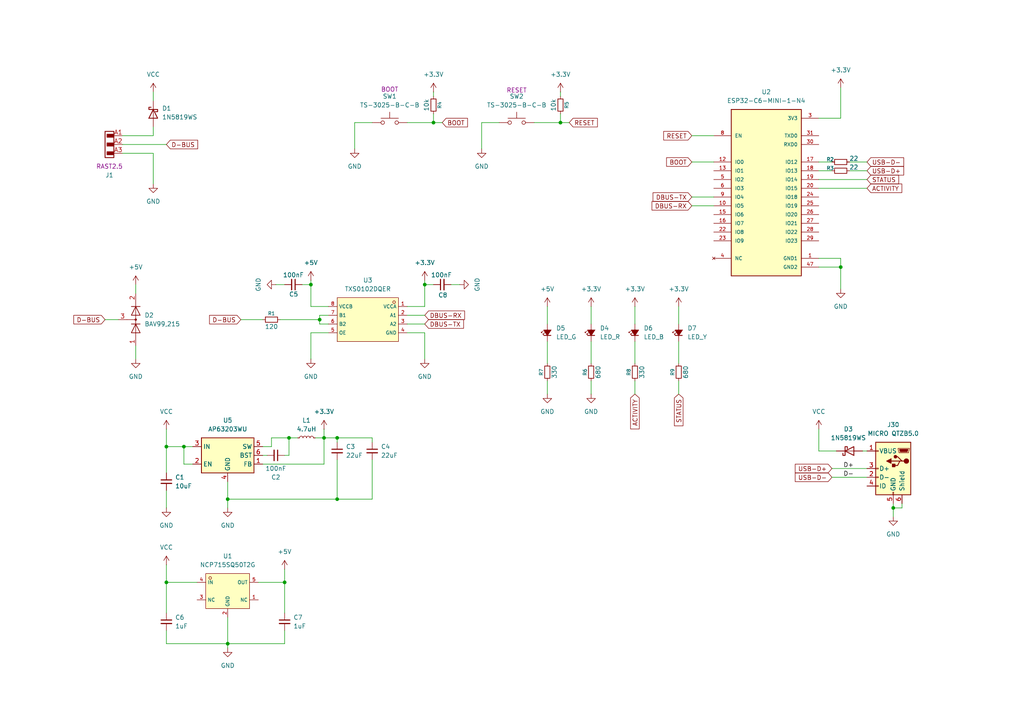
<source format=kicad_sch>
(kicad_sch (version 20250114) (generator "eeschema") (generator_version "9.0")
  (paper "A4")
  (lib_symbols
    (symbol "Connector:USB_B_Micro" (pin_names (offset 1.016))
      (property "Reference" "J" (at -5.08 11.43 0))
      (property "Value" "USB_B_Micro" (at -5.08 8.89 0))
      (symbol "USB_B_Micro_0_1"
        (rectangle (start -5.08 -7.62) (end 5.08 7.62) (stroke (width 0.254)) (fill (type background)))
        (polyline (pts (xy -4.699 5.842) (xy -4.699 5.588) (xy -4.445 4.826) (xy -4.445 4.572) (xy -1.651 4.572) (xy -1.651 4.826) (xy -1.397 5.588) (xy -1.397 5.842) (xy -4.699 5.842)))
        (polyline (pts (xy -4.318 5.588) (xy -1.778 5.588) (xy -2.032 4.826) (xy -4.064 4.826) (xy -4.318 5.588)) (fill (type outline)))
        (circle (center -3.81 2.159) (radius 0.635) (stroke (width 0.254)) (fill (type outline)))
        (polyline (pts (xy -3.175 2.159) (xy -2.54 2.159) (xy -1.27 3.429) (xy -0.635 3.429)) (stroke (width 0.254)))
        (polyline (pts (xy -2.54 2.159) (xy -1.905 2.159) (xy -1.27 0.889) (xy 0 0.889)) (stroke (width 0.254)))
        (polyline (pts (xy -1.905 2.159) (xy 0.635 2.159)) (stroke (width 0.254)))
        (circle (center -0.635 3.429) (radius 0.381) (stroke (width 0.254)) (fill (type outline)))
        (rectangle (start -0.127 -7.62) (end 0.127 -6.858))
        (rectangle (start 0.254 1.27) (end -0.508 0.508) (stroke (width 0.254)) (fill (type outline)))
        (polyline (pts (xy 0.635 2.794) (xy 0.635 1.524) (xy 1.905 2.159) (xy 0.635 2.794)) (stroke (width 0.254)) (fill (type outline)))
        (rectangle (start 5.08 4.953) (end 4.318 5.207))
        (rectangle (start 5.08 -0.127) (end 4.318 0.127))
        (rectangle (start 5.08 -2.667) (end 4.318 -2.413))
        (rectangle (start 5.08 -5.207) (end 4.318 -4.953))
      )
      (symbol "USB_B_Micro_1_1"
        (pin passive line (at -2.54 -10.16 90) (length 2.54) (name "Shield") (number "6"))
        (pin power_out line (at 0 -10.16 90) (length 2.54) (name "GND") (number "5"))
        (pin power_out line (at 7.62 5.08 180) (length 2.54) (name "VBUS") (number "1"))
        (pin bidirectional line (at 7.62 0 180) (length 2.54) (name "D+") (number "3"))
        (pin bidirectional line (at 7.62 -2.54 180) (length 2.54) (name "D-") (number "2"))
        (pin passive line (at 7.62 -5.08 180) (length 2.54) (name "ID") (number "4"))
      )
    )
    (symbol "Connector_Wurth_WR-RAST:667101210103" (pin_names (hide yes))
      (property "Reference" "J" (at 0 5.08 0))
      (property "Critical Parameter" "-A 2.5mm 3pins" (at 0 -5.08 0))
      (symbol "667101210103_0_1"
        (rectangle (start -3.81 1.27) (end 3.81 -1.27) (stroke (width 0.254)))
        (rectangle (start -3.04 0.762) (end -2.04 -1.27) (stroke (width 0.1)) (fill (type outline)))
        (rectangle (start -0.5 0.762) (end 0.5 -1.27) (stroke (width 0.1)) (fill (type outline)))
        (rectangle (start 2.04 0.762) (end 3.04 -1.27) (stroke (width 0.1)) (fill (type outline)))
      )
      (symbol "667101210103_1_1"
        (pin passive line (at -2.54 -3.81 90) (length 2.54) (name "A1") (number "A1"))
        (pin passive line (at -2.54 -3.81 90) (length 2.54) (hide yes) (name "B1") (number "B1"))
        (pin passive line (at 0 -3.81 90) (length 2.54) (name "A2") (number "A2"))
        (pin passive line (at 0 -3.81 90) (length 2.54) (hide yes) (name "B2") (number "B2"))
        (pin passive line (at 2.54 -3.81 90) (length 2.54) (name "A3") (number "A3"))
        (pin passive line (at 2.54 -3.81 90) (length 2.54) (hide yes) (name "B3") (number "B3"))
      )
    )
    (symbol "Device:C_Small" (pin_numbers (hide yes)) (pin_names (offset 0.254) (hide yes))
      (property "Reference" "C" (at 0.254 1.778 0))
      (property "Value" "C_Small" (at 0.254 -2.032 0))
      (symbol "C_Small_0_1"
        (polyline (pts (xy -1.524 0.508) (xy 1.524 0.508)) (stroke (width 0.3048)))
        (polyline (pts (xy -1.524 -0.508) (xy 1.524 -0.508)) (stroke (width 0.3302)))
      )
      (symbol "C_Small_1_1"
        (pin passive line (at 0 2.54 270) (length 2.032) (name "~") (number "1"))
        (pin passive line (at 0 -2.54 90) (length 2.032) (name "~") (number "2"))
      )
    )
    (symbol "Device:LED_Small_Filled" (pin_numbers (hide yes)) (pin_names (offset 0.254) (hide yes))
      (property "Reference" "D" (at -1.27 3.175 0))
      (property "Value" "LED_Small_Filled" (at -4.445 -2.54 0))
      (symbol "LED_Small_Filled_0_1"
        (polyline (pts (xy -0.762 -1.016) (xy -0.762 1.016)) (stroke (width 0.254)))
        (polyline (pts (xy 0 0.762) (xy -0.508 1.27) (xy -0.254 1.27) (xy -0.508 1.27) (xy -0.508 1.016)))
        (polyline (pts (xy 0.508 1.27) (xy 0 1.778) (xy 0.254 1.778) (xy 0 1.778) (xy 0 1.524)))
        (polyline (pts (xy 0.762 -1.016) (xy -0.762 0) (xy 0.762 1.016) (xy 0.762 -1.016)) (stroke (width 0.254)) (fill (type outline)))
        (polyline (pts (xy 1.016 0) (xy -0.762 0)))
      )
      (symbol "LED_Small_Filled_1_1"
        (pin passive line (at -2.54 0 0) (length 1.778) (name "K") (number "1"))
        (pin passive line (at 2.54 0 180) (length 1.778) (name "A") (number "2"))
      )
    )
    (symbol "Device:L_Small" (pin_numbers (hide yes)) (pin_names (offset 0.254) (hide yes))
      (property "Reference" "L" (at 0.762 1.016 0))
      (property "Value" "L_Small" (at 0.762 -1.016 0))
      (symbol "L_Small_0_1"
        (arc (start 0 2.032) (mid 0.5058 1.524) (end 0 1.016))
        (arc (start 0 1.016) (mid 0.5058 0.508) (end 0 0))
        (arc (start 0 0) (mid 0.5058 -0.508) (end 0 -1.016))
        (arc (start 0 -1.016) (mid 0.5058 -1.524) (end 0 -2.032))
      )
      (symbol "L_Small_1_1"
        (pin passive line (at 0 2.54 270) (length 0.508) (name "~") (number "1"))
        (pin passive line (at 0 -2.54 90) (length 0.508) (name "~") (number "2"))
      )
    )
    (symbol "Device:R_Small" (pin_numbers (hide yes)) (pin_names (offset 0.254) (hide yes))
      (property "Reference" "R" (at 0 0 90))
      (property "Value" "R_Small" (at 1.778 0 90))
      (symbol "R_Small_0_1"
        (rectangle (start -0.762 1.778) (end 0.762 -1.778) (stroke (width 0.2032)))
      )
      (symbol "R_Small_1_1"
        (pin passive line (at 0 2.54 270) (length 0.762) (name "~") (number "1"))
        (pin passive line (at 0 -2.54 90) (length 0.762) (name "~") (number "2"))
      )
    )
    (symbol "Diode:1N5819WS" (pin_numbers (hide yes)) (pin_names (offset 1.016) (hide yes))
      (property "Reference" "D" (at 0 2.54 0))
      (property "Value" "1N5819WS" (at 0 -2.54 0))
      (symbol "1N5819WS_0_1"
        (polyline (pts (xy -1.905 0.635) (xy -1.905 1.27) (xy -1.27 1.27) (xy -1.27 -1.27) (xy -0.635 -1.27) (xy -0.635 -0.635)) (stroke (width 0.254)))
        (polyline (pts (xy 1.27 1.27) (xy 1.27 -1.27) (xy -1.27 0) (xy 1.27 1.27)) (stroke (width 0.254)))
        (polyline (pts (xy 1.27 0) (xy -1.27 0)))
      )
      (symbol "1N5819WS_1_1"
        (pin passive line (at -3.81 0 0) (length 2.54) (name "K") (number "1"))
        (pin passive line (at 3.81 0 180) (length 2.54) (name "A") (number "2"))
      )
    )
    (symbol "Diode:BAV99" (pin_names (hide yes))
      (property "Reference" "D" (at 0 5.08 0))
      (property "Value" "BAV99" (at 0 2.54 0))
      (symbol "BAV99_0_1"
        (polyline (pts (xy -5.08 0) (xy 5.08 0)))
      )
      (symbol "BAV99_1_1"
        (polyline (pts (xy -3.81 1.27) (xy -1.27 0) (xy -3.81 -1.27) (xy -3.81 1.27) (xy -3.81 1.27) (xy -3.81 1.27)) (stroke (width 0.2032)))
        (polyline (pts (xy -1.27 -1.27) (xy -1.27 1.27) (xy -1.27 1.27)) (stroke (width 0.2032)))
        (polyline (pts (xy 0 0) (xy 0 -2.54)))
        (circle (center 0 0) (radius 0.254) (fill (type outline)))
        (polyline (pts (xy 1.27 1.27) (xy 3.81 0) (xy 1.27 -1.27) (xy 1.27 1.27) (xy 1.27 1.27) (xy 1.27 1.27)) (stroke (width 0.2032)))
        (polyline (pts (xy 3.81 1.27) (xy 3.81 -1.27) (xy 3.81 -1.27)) (stroke (width 0.2032)))
        (pin passive line (at -7.62 0 0) (length 2.54) (name "K") (number "1"))
        (pin passive line (at 0 -5.08 90) (length 2.54) (name "K") (number "3"))
        (pin passive line (at 7.62 0 180) (length 2.54) (name "A") (number "2"))
      )
    )
    (symbol "ESP32-C6-MINI-1-N4:ESP32-C6-MINI-1-N4" (pin_names (offset 1.016))
      (property "Reference" "U" (at -10.16 23.622 0))
      (property "Value" "ESP32-C6-MINI-1-N4" (at -10.16 -27.94 0))
      (symbol "ESP32-C6-MINI-1-N4_0_0"
        (rectangle (start -10.16 -25.4) (end 10.16 22.86) (stroke (width 0.254)) (fill (type background)))
        (pin input line (at -15.24 15.24 0) (length 5.08) (name "EN") (number "8"))
        (pin bidirectional line (at -15.24 7.62 0) (length 5.08) (name "IO0") (number "12"))
        (pin bidirectional line (at -15.24 5.08 0) (length 5.08) (name "IO1") (number "13"))
        (pin bidirectional line (at -15.24 2.54 0) (length 5.08) (name "IO2") (number "5"))
        (pin bidirectional line (at -15.24 0 0) (length 5.08) (name "IO3") (number "6"))
        (pin bidirectional line (at -15.24 -2.54 0) (length 5.08) (name "IO4") (number "9"))
        (pin bidirectional line (at -15.24 -5.08 0) (length 5.08) (name "IO5") (number "10"))
        (pin bidirectional line (at -15.24 -7.62 0) (length 5.08) (name "IO6") (number "15"))
        (pin bidirectional line (at -15.24 -10.16 0) (length 5.08) (name "IO7") (number "16"))
        (pin bidirectional line (at -15.24 -12.7 0) (length 5.08) (name "IO8") (number "22"))
        (pin bidirectional line (at -15.24 -15.24 0) (length 5.08) (name "IO9") (number "23"))
        (pin no_connect line (at -15.24 -20.32 0) (length 5.08) (hide yes) (name "NC") (number "21"))
        (pin no_connect line (at -15.24 -20.32 0) (length 5.08) (hide yes) (name "NC") (number "32"))
        (pin no_connect line (at -15.24 -20.32 0) (length 5.08) (hide yes) (name "NC") (number "33"))
        (pin no_connect line (at -15.24 -20.32 0) (length 5.08) (hide yes) (name "NC") (number "34"))
        (pin no_connect line (at -15.24 -20.32 0) (length 5.08) (hide yes) (name "NC") (number "35"))
        (pin no_connect line (at -15.24 -20.32 0) (length 5.08) (name "NC") (number "4"))
        (pin no_connect line (at -15.24 -20.32 0) (length 5.08) (hide yes) (name "NC") (number "7"))
        (pin power_in line (at 15.24 20.32 180) (length 5.08) (name "3V3") (number "3"))
        (pin bidirectional line (at 15.24 15.24 180) (length 5.08) (name "TXD0") (number "31"))
        (pin bidirectional line (at 15.24 12.7 180) (length 5.08) (name "RXD0") (number "30"))
        (pin bidirectional line (at 15.24 7.62 180) (length 5.08) (name "IO12") (number "17"))
        (pin bidirectional line (at 15.24 5.08 180) (length 5.08) (name "IO13") (number "18"))
        (pin bidirectional line (at 15.24 2.54 180) (length 5.08) (name "IO14") (number "19"))
        (pin bidirectional line (at 15.24 0 180) (length 5.08) (name "IO15") (number "20"))
        (pin bidirectional line (at 15.24 -2.54 180) (length 5.08) (name "IO18") (number "24"))
        (pin bidirectional line (at 15.24 -5.08 180) (length 5.08) (name "IO19") (number "25"))
        (pin bidirectional line (at 15.24 -7.62 180) (length 5.08) (name "IO20") (number "26"))
        (pin bidirectional line (at 15.24 -10.16 180) (length 5.08) (name "IO21") (number "27"))
        (pin bidirectional line (at 15.24 -12.7 180) (length 5.08) (name "IO22") (number "28"))
        (pin bidirectional line (at 15.24 -15.24 180) (length 5.08) (name "IO23") (number "29"))
        (pin power_in line (at 15.24 -20.32 180) (length 5.08) (name "GND1") (number "1"))
        (pin power_in line (at 15.24 -20.32 180) (length 5.08) (hide yes) (name "GND1") (number "11"))
        (pin power_in line (at 15.24 -20.32 180) (length 5.08) (hide yes) (name "GND1") (number "14"))
        (pin power_in line (at 15.24 -20.32 180) (length 5.08) (hide yes) (name "GND1") (number "2"))
        (pin power_in line (at 15.24 -20.32 180) (length 5.08) (hide yes) (name "GND1") (number "36"))
        (pin power_in line (at 15.24 -20.32 180) (length 5.08) (hide yes) (name "GND1") (number "37"))
        (pin power_in line (at 15.24 -20.32 180) (length 5.08) (hide yes) (name "GND1") (number "38"))
        (pin power_in line (at 15.24 -20.32 180) (length 5.08) (hide yes) (name "GND1") (number "39"))
        (pin power_in line (at 15.24 -20.32 180) (length 5.08) (hide yes) (name "GND1") (number "40"))
        (pin power_in line (at 15.24 -20.32 180) (length 5.08) (hide yes) (name "GND1") (number "41"))
        (pin power_in line (at 15.24 -20.32 180) (length 5.08) (hide yes) (name "GND1") (number "42"))
        (pin power_in line (at 15.24 -20.32 180) (length 5.08) (hide yes) (name "GND1") (number "43"))
        (pin power_in line (at 15.24 -20.32 180) (length 5.08) (hide yes) (name "GND1") (number "44"))
        (pin power_in line (at 15.24 -20.32 180) (length 5.08) (hide yes) (name "GND1") (number "45"))
        (pin power_in line (at 15.24 -20.32 180) (length 5.08) (hide yes) (name "GND1") (number "46"))
        (pin power_in line (at 15.24 -22.86 180) (length 5.08) (name "GND2") (number "47"))
        (pin power_in line (at 15.24 -22.86 180) (length 5.08) (hide yes) (name "GND2") (number "48"))
        (pin power_in line (at 15.24 -22.86 180) (length 5.08) (hide yes) (name "GND2") (number "49_1"))
        (pin power_in line (at 15.24 -22.86 180) (length 5.08) (hide yes) (name "GND2") (number "49_2"))
        (pin power_in line (at 15.24 -22.86 180) (length 5.08) (hide yes) (name "GND2") (number "49_3"))
        (pin power_in line (at 15.24 -22.86 180) (length 5.08) (hide yes) (name "GND2") (number "49_4"))
        (pin power_in line (at 15.24 -22.86 180) (length 5.08) (hide yes) (name "GND2") (number "49_5"))
        (pin power_in line (at 15.24 -22.86 180) (length 5.08) (hide yes) (name "GND2") (number "49_6"))
        (pin power_in line (at 15.24 -22.86 180) (length 5.08) (hide yes) (name "GND2") (number "49_7"))
        (pin power_in line (at 15.24 -22.86 180) (length 5.08) (hide yes) (name "GND2") (number "49_8"))
        (pin power_in line (at 15.24 -22.86 180) (length 5.08) (hide yes) (name "GND2") (number "49_9"))
        (pin power_in line (at 15.24 -22.86 180) (length 5.08) (hide yes) (name "GND2") (number "50"))
        (pin power_in line (at 15.24 -22.86 180) (length 5.08) (hide yes) (name "GND2") (number "51"))
        (pin power_in line (at 15.24 -22.86 180) (length 5.08) (hide yes) (name "GND2") (number "52"))
        (pin power_in line (at 15.24 -22.86 180) (length 5.08) (hide yes) (name "GND2") (number "53"))
      )
    )
    (symbol "NCP715SQ50T2G:NCP715SQ50T2G"
      (property "Reference" "U" (at -6.858 7.874 0))
      (property "Value" "NCP715SQ50T2G" (at 0.508 6.096 0))
      (symbol "NCP715SQ50T2G_0_1"
        (rectangle (start -7.62 5.08) (end 5.08 -5.08) (fill (type background)))
        (circle (center -6.35 3.81) (radius 0.381) (fill (type background)))
        (pin unspecified line (at -10.16 2.54 0) (length 2.54) (name "IN") (number "4"))
        (pin unspecified line (at -10.16 -2.54 0) (length 2.54) (name "NC") (number "3"))
        (pin unspecified line (at -1.27 -7.62 90) (length 2.54) (name "GND") (number "2"))
        (pin unspecified line (at 7.62 2.54 180) (length 2.54) (name "OUT") (number "5"))
        (pin unspecified line (at 7.62 -2.54 180) (length 2.54) (name "NC") (number "1"))
      )
    )
    (symbol "Regulator_Switching:AP63203WU"
      (property "Reference" "U" (at -7.62 6.35 0))
      (property "Value" "AP63203WU" (at 2.54 6.35 0))
      (symbol "AP63203WU_0_1"
        (rectangle (start -7.62 5.08) (end 7.62 -5.08) (stroke (width 0.254)) (fill (type background)))
      )
      (symbol "AP63203WU_1_1"
        (pin power_in line (at -10.16 2.54 0) (length 2.54) (name "IN") (number "3"))
        (pin input line (at -10.16 -2.54 0) (length 2.54) (name "EN") (number "2"))
        (pin power_in line (at 0 -7.62 90) (length 2.54) (name "GND") (number "4"))
        (pin output line (at 10.16 2.54 180) (length 2.54) (name "SW") (number "5"))
        (pin passive line (at 10.16 0 180) (length 2.54) (name "BST") (number "6"))
        (pin input line (at 10.16 -2.54 180) (length 2.54) (name "FB") (number "1"))
      )
    )
    (symbol "Switch:SW_Push" (pin_numbers (hide yes)) (pin_names (offset 1.016) (hide yes))
      (property "Reference" "SW" (at 1.27 2.54 0))
      (property "Value" "SW_Push" (at 0 -1.524 0))
      (symbol "SW_Push_0_1"
        (circle (center -2.032 0) (radius 0.508))
        (polyline (pts (xy 0 1.27) (xy 0 3.048)))
        (circle (center 2.032 0) (radius 0.508))
        (polyline (pts (xy 2.54 1.27) (xy -2.54 1.27)))
        (pin passive line (at -5.08 0 0) (length 2.54) (name "1") (number "1"))
        (pin passive line (at 5.08 0 180) (length 2.54) (name "2") (number "2"))
      )
    )
    (symbol "TXS0102DQER:TXS0102DQER"
      (property "Reference" "U" (at 0 1.27 0))
      (property "Value" "TXS0102DQER" (at 0 -2.54 0))
      (symbol "TXS0102DQER_0_1"
        (rectangle (start -8.89 6.35) (end 8.89 -6.35) (fill (type background)))
        (circle (center -7.62 5.08) (radius 0.381) (fill (type background)))
        (pin unspecified line (at -11.43 3.81 0) (length 2.54) (name "VCCA") (number "1"))
        (pin unspecified line (at -11.43 1.27 0) (length 2.54) (name "A1") (number "2"))
        (pin unspecified line (at -11.43 -1.27 0) (length 2.54) (name "A2") (number "3"))
        (pin unspecified line (at -11.43 -3.81 0) (length 2.54) (name "GND") (number "4"))
        (pin unspecified line (at 11.43 3.81 180) (length 2.54) (name "VCCB") (number "8"))
        (pin unspecified line (at 11.43 1.27 180) (length 2.54) (name "B1") (number "7"))
        (pin unspecified line (at 11.43 -1.27 180) (length 2.54) (name "B2") (number "6"))
        (pin unspecified line (at 11.43 -3.81 180) (length 2.54) (name "OE") (number "5"))
      )
    )
    (symbol "power:+3.3V" (power) (pin_numbers (hide yes)) (pin_names (offset 0) (hide yes))
      (property "Value" "+3.3V" (at 0 3.556 0))
      (symbol "+3.3V_0_1"
        (polyline (pts (xy -0.762 1.27) (xy 0 2.54)))
        (polyline (pts (xy 0 2.54) (xy 0.762 1.27)))
        (polyline (pts (xy 0 0) (xy 0 2.54)))
      )
      (symbol "+3.3V_1_1"
        (pin power_in line (at 0 0 90) (length 0) (name "~") (number "1"))
      )
    )
    (symbol "power:+5V" (power) (pin_numbers (hide yes)) (pin_names (offset 0) (hide yes))
      (property "Value" "+5V" (at 0 3.556 0))
      (symbol "+5V_0_1"
        (polyline (pts (xy -0.762 1.27) (xy 0 2.54)))
        (polyline (pts (xy 0 2.54) (xy 0.762 1.27)))
        (polyline (pts (xy 0 0) (xy 0 2.54)))
      )
      (symbol "+5V_1_1"
        (pin power_in line (at 0 0 90) (length 0) (name "~") (number "1"))
      )
    )
    (symbol "power:GND" (power) (pin_numbers (hide yes)) (pin_names (offset 0) (hide yes))
      (property "Value" "GND" (at 0 -3.81 0))
      (symbol "GND_0_1"
        (polyline (pts (xy 0 0) (xy 0 -1.27) (xy 1.27 -1.27) (xy 0 -2.54) (xy -1.27 -1.27) (xy 0 -1.27)))
      )
      (symbol "GND_1_1"
        (pin power_in line (at 0 0 270) (length 0) (name "~") (number "1"))
      )
    )
    (symbol "power:VCC" (power) (pin_numbers (hide yes)) (pin_names (offset 0) (hide yes))
      (property "Value" "VCC" (at 0 3.556 0))
      (symbol "VCC_0_1"
        (polyline (pts (xy -0.762 1.27) (xy 0 2.54)))
        (polyline (pts (xy 0 2.54) (xy 0.762 1.27)))
        (polyline (pts (xy 0 0) (xy 0 2.54)))
      )
      (symbol "VCC_1_1"
        (pin power_in line (at 0 0 90) (length 0) (name "~") (number "1"))
      )
    )
  )
  (junction (at 48.26 129.54))
  (junction (at 82.55 168.91))
  (junction (at 243.84 77.47))
  (junction (at 92.71 92.71))
  (junction (at 125.73 35.56))
  (junction (at 97.79 144.78))
  (junction (at 162.56 35.56))
  (junction (at 93.98 127))
  (junction (at 66.04 144.78))
  (junction (at 97.79 127))
  (junction (at 90.17 82.55))
  (junction (at 53.34 129.54))
  (junction (at 48.26 168.91))
  (junction (at 66.04 186.69))
  (junction (at 123.19 82.55))
  (junction (at 259.08 147.32))
  (junction (at 83.82 127))
  (wire (pts (xy 259.08 146.05) (xy 259.08 147.32)))
  (wire (pts (xy 123.19 81.28) (xy 123.19 82.55)))
  (wire (pts (xy 48.26 182.88) (xy 48.26 186.69)))
  (wire (pts (xy 102.87 35.56) (xy 102.87 43.18)))
  (wire (pts (xy 171.45 88.9) (xy 171.45 93.98)))
  (wire (pts (xy 44.45 36.83) (xy 44.45 39.37)))
  (wire (pts (xy 82.55 168.91) (xy 74.93 168.91)))
  (wire (pts (xy 35.56 44.45) (xy 44.45 44.45)))
  (wire (pts (xy 97.79 128.27) (xy 97.79 127)))
  (wire (pts (xy 66.04 186.69) (xy 82.55 186.69)))
  (wire (pts (xy 123.19 82.55) (xy 123.19 88.9)))
  (wire (pts (xy 237.49 49.53) (xy 241.3 49.53)))
  (wire (pts (xy 158.75 88.9) (xy 158.75 93.98)))
  (wire (pts (xy 118.11 96.52) (xy 123.19 96.52)))
  (wire (pts (xy 125.73 35.56) (xy 125.73 33.02)))
  (wire (pts (xy 76.2 92.71) (xy 69.85 92.71)))
  (wire (pts (xy 82.55 82.55) (xy 80.01 82.55)))
  (wire (pts (xy 97.79 133.35) (xy 97.79 144.78)))
  (wire (pts (xy 241.3 135.89) (xy 251.46 135.89)))
  (wire (pts (xy 93.98 124.46) (xy 93.98 127)))
  (wire (pts (xy 196.85 99.06) (xy 196.85 105.41)))
  (wire (pts (xy 53.34 134.62) (xy 53.34 129.54)))
  (wire (pts (xy 95.25 91.44) (xy 92.71 91.44)))
  (wire (pts (xy 30.48 92.71) (xy 34.29 92.71)))
  (wire (pts (xy 55.88 134.62) (xy 53.34 134.62)))
  (wire (pts (xy 125.73 26.67) (xy 125.73 27.94)))
  (wire (pts (xy 243.84 74.93) (xy 243.84 77.47)))
  (wire (pts (xy 92.71 91.44) (xy 92.71 92.71)))
  (wire (pts (xy 184.15 99.06) (xy 184.15 105.41)))
  (wire (pts (xy 165.1 35.56) (xy 162.56 35.56)))
  (wire (pts (xy 237.49 124.46) (xy 237.49 130.81)))
  (wire (pts (xy 237.49 77.47) (xy 243.84 77.47)))
  (wire (pts (xy 97.79 144.78) (xy 66.04 144.78)))
  (wire (pts (xy 48.26 142.24) (xy 48.26 147.32)))
  (wire (pts (xy 92.71 92.71) (xy 81.28 92.71)))
  (wire (pts (xy 48.26 186.69) (xy 66.04 186.69)))
  (wire (pts (xy 243.84 77.47) (xy 243.84 83.82)))
  (wire (pts (xy 66.04 186.69) (xy 66.04 187.96)))
  (wire (pts (xy 90.17 81.28) (xy 90.17 82.55)))
  (wire (pts (xy 95.25 93.98) (xy 92.71 93.98)))
  (wire (pts (xy 83.82 127) (xy 83.82 132.08)))
  (wire (pts (xy 83.82 127) (xy 86.36 127)))
  (wire (pts (xy 237.49 74.93) (xy 243.84 74.93)))
  (wire (pts (xy 259.08 147.32) (xy 259.08 149.86)))
  (wire (pts (xy 237.49 46.99) (xy 241.3 46.99)))
  (wire (pts (xy 184.15 88.9) (xy 184.15 93.98)))
  (wire (pts (xy 162.56 26.67) (xy 162.56 27.94)))
  (wire (pts (xy 66.04 179.07) (xy 66.04 186.69)))
  (wire (pts (xy 200.66 59.69) (xy 207.01 59.69)))
  (wire (pts (xy 123.19 96.52) (xy 123.19 104.14)))
  (wire (pts (xy 48.26 163.83) (xy 48.26 168.91)))
  (wire (pts (xy 139.7 35.56) (xy 139.7 43.18)))
  (wire (pts (xy 78.74 129.54) (xy 78.74 127)))
  (wire (pts (xy 123.19 82.55) (xy 125.73 82.55)))
  (wire (pts (xy 66.04 144.78) (xy 66.04 147.32)))
  (wire (pts (xy 92.71 92.71) (xy 92.71 93.98)))
  (wire (pts (xy 107.95 128.27) (xy 107.95 127)))
  (wire (pts (xy 48.26 168.91) (xy 57.15 168.91)))
  (wire (pts (xy 130.81 82.55) (xy 133.35 82.55)))
  (wire (pts (xy 90.17 82.55) (xy 87.63 82.55)))
  (wire (pts (xy 242.57 130.81) (xy 237.49 130.81)))
  (wire (pts (xy 35.56 41.91) (xy 48.26 41.91)))
  (wire (pts (xy 78.74 127) (xy 83.82 127)))
  (wire (pts (xy 90.17 96.52) (xy 90.17 104.14)))
  (wire (pts (xy 44.45 44.45) (xy 44.45 53.34)))
  (wire (pts (xy 184.15 110.49) (xy 184.15 114.3)))
  (wire (pts (xy 107.95 144.78) (xy 97.79 144.78)))
  (wire (pts (xy 139.7 35.56) (xy 144.78 35.56)))
  (wire (pts (xy 48.26 124.46) (xy 48.26 129.54)))
  (wire (pts (xy 76.2 132.08) (xy 77.47 132.08)))
  (wire (pts (xy 35.56 39.37) (xy 44.45 39.37)))
  (wire (pts (xy 196.85 110.49) (xy 196.85 114.3)))
  (wire (pts (xy 246.38 49.53) (xy 251.46 49.53)))
  (wire (pts (xy 82.55 168.91) (xy 82.55 177.8)))
  (wire (pts (xy 107.95 127) (xy 97.79 127)))
  (wire (pts (xy 243.84 25.4) (xy 243.84 34.29)))
  (wire (pts (xy 200.66 39.37) (xy 207.01 39.37)))
  (wire (pts (xy 48.26 129.54) (xy 53.34 129.54)))
  (wire (pts (xy 243.84 34.29) (xy 237.49 34.29)))
  (wire (pts (xy 246.38 46.99) (xy 251.46 46.99)))
  (wire (pts (xy 48.26 129.54) (xy 48.26 137.16)))
  (wire (pts (xy 241.3 138.43) (xy 251.46 138.43)))
  (wire (pts (xy 196.85 88.9) (xy 196.85 93.98)))
  (wire (pts (xy 261.62 147.32) (xy 259.08 147.32)))
  (wire (pts (xy 128.27 35.56) (xy 125.73 35.56)))
  (wire (pts (xy 53.34 129.54) (xy 55.88 129.54)))
  (wire (pts (xy 237.49 54.61) (xy 251.46 54.61)))
  (wire (pts (xy 39.37 100.33) (xy 39.37 104.14)))
  (wire (pts (xy 158.75 110.49) (xy 158.75 114.3)))
  (wire (pts (xy 125.73 35.56) (xy 118.11 35.56)))
  (wire (pts (xy 261.62 146.05) (xy 261.62 147.32)))
  (wire (pts (xy 95.25 96.52) (xy 90.17 96.52)))
  (wire (pts (xy 95.25 88.9) (xy 90.17 88.9)))
  (wire (pts (xy 158.75 99.06) (xy 158.75 105.41)))
  (wire (pts (xy 76.2 129.54) (xy 78.74 129.54)))
  (wire (pts (xy 48.26 168.91) (xy 48.26 177.8)))
  (wire (pts (xy 200.66 57.15) (xy 207.01 57.15)))
  (wire (pts (xy 123.19 93.98) (xy 118.11 93.98)))
  (wire (pts (xy 162.56 35.56) (xy 162.56 33.02)))
  (wire (pts (xy 90.17 82.55) (xy 90.17 88.9)))
  (wire (pts (xy 237.49 52.07) (xy 251.46 52.07)))
  (wire (pts (xy 171.45 99.06) (xy 171.45 105.41)))
  (wire (pts (xy 82.55 182.88) (xy 82.55 186.69)))
  (wire (pts (xy 171.45 110.49) (xy 171.45 114.3)))
  (wire (pts (xy 107.95 133.35) (xy 107.95 144.78)))
  (wire (pts (xy 123.19 91.44) (xy 118.11 91.44)))
  (wire (pts (xy 39.37 82.55) (xy 39.37 85.09)))
  (wire (pts (xy 66.04 139.7) (xy 66.04 144.78)))
  (wire (pts (xy 102.87 35.56) (xy 107.95 35.56)))
  (wire (pts (xy 82.55 165.1) (xy 82.55 168.91)))
  (wire (pts (xy 123.19 88.9) (xy 118.11 88.9)))
  (wire (pts (xy 93.98 127) (xy 91.44 127)))
  (wire (pts (xy 83.82 132.08) (xy 82.55 132.08)))
  (wire (pts (xy 76.2 134.62) (xy 93.98 134.62)))
  (wire (pts (xy 97.79 127) (xy 93.98 127)))
  (wire (pts (xy 250.19 130.81) (xy 251.46 130.81)))
  (wire (pts (xy 44.45 26.67) (xy 44.45 29.21)))
  (wire (pts (xy 200.66 46.99) (xy 207.01 46.99)))
  (wire (pts (xy 162.56 35.56) (xy 154.94 35.56)))
  (wire (pts (xy 93.98 134.62) (xy 93.98 127)))
  (label "D+" (at 247.65 135.89 180))
  (label "D-" (at 247.65 138.43 180))
  (global_label "D-BUS" (shape input) (at 48.26 41.91 0) (property "Intersheetrefs" "${INTERSHEET_REFS}" (effects (hide yes))))
  (global_label "ACTIVITY" (shape input) (at 184.15 114.3 270) (property "Intersheetrefs" "${INTERSHEET_REFS}" (effects (hide yes))))
  (global_label "D-BUS" (shape input) (at 30.48 92.71 180) (property "Intersheetrefs" "${INTERSHEET_REFS}" (effects (hide yes))))
  (global_label "USB-D+" (shape input) (at 241.3 135.89 180) (property "Intersheetrefs" "${INTERSHEET_REFS}" (effects (hide yes))))
  (global_label "BOOT" (shape input) (at 200.66 46.99 180) (property "Intersheetrefs" "${INTERSHEET_REFS}" (effects (hide yes))))
  (global_label "BOOT" (shape input) (at 128.27 35.56 0) (property "Intersheetrefs" "${INTERSHEET_REFS}" (effects (hide yes))))
  (global_label "USB-D-" (shape input) (at 241.3 138.43 180) (property "Intersheetrefs" "${INTERSHEET_REFS}" (effects (hide yes))))
  (global_label "DBUS-RX" (shape input) (at 123.19 91.44 0) (property "Intersheetrefs" "${INTERSHEET_REFS}" (effects (hide yes))))
  (global_label "DBUS-TX" (shape input) (at 200.66 57.15 180) (property "Intersheetrefs" "${INTERSHEET_REFS}" (effects (hide yes))))
  (global_label "RESET" (shape input) (at 165.1 35.56 0) (property "Intersheetrefs" "${INTERSHEET_REFS}" (effects (hide yes))))
  (global_label "USB-D-" (shape input) (at 251.46 46.99 0) (property "Intersheetrefs" "${INTERSHEET_REFS}" (effects (hide yes))))
  (global_label "STATUS" (shape input) (at 196.85 114.3 270) (property "Intersheetrefs" "${INTERSHEET_REFS}" (effects (hide yes))))
  (global_label "DBUS-RX" (shape input) (at 200.66 59.69 180) (property "Intersheetrefs" "${INTERSHEET_REFS}" (effects (hide yes))))
  (global_label "USB-D+" (shape input) (at 251.46 49.53 0) (property "Intersheetrefs" "${INTERSHEET_REFS}" (effects (hide yes))))
  (global_label "RESET" (shape input) (at 200.66 39.37 180) (property "Intersheetrefs" "${INTERSHEET_REFS}" (effects (hide yes))))
  (global_label "D-BUS" (shape input) (at 69.85 92.71 180) (property "Intersheetrefs" "${INTERSHEET_REFS}" (effects (hide yes))))
  (global_label "DBUS-TX" (shape input) (at 123.19 93.98 0) (property "Intersheetrefs" "${INTERSHEET_REFS}" (effects (hide yes))))
  (global_label "ACTIVITY" (shape input) (at 251.46 54.61 0) (property "Intersheetrefs" "${INTERSHEET_REFS}" (effects (hide yes))))
  (global_label "STATUS" (shape input) (at 251.46 52.07 0) (property "Intersheetrefs" "${INTERSHEET_REFS}" (effects (hide yes))))
  (symbol (lib_id "Device:R_Small") (at 162.56 30.48 0) (mirror x) (unit 1)
    (property "Reference" "R5" (at 164.338 30.48 90) (effects (font (size 1.016 1.016))))
    (property "Value" "10k" (at 160.528 30.48 90))
    (property "Footprint" "Resistor_SMD:R_0402_1005Metric" (effects (hide yes)))
    (property "Description" "Resistor, small symbol" (effects (hide yes)))
    (property "LCSC" "C25744" (effects (hide yes)))
  )
  (symbol (lib_id "power:+3.3V") (at 184.15 88.9 0) (mirror y) (unit 1)
    (property "Reference" "#PWR029" (effects (hide yes)))
    (property "Value" "+3.3V" (at 184.15 83.82 0))
    (property "Description" "Power symbol creates a global label with name \"+3.3V\"" (effects (hide yes)))
  )
  (symbol (lib_id "power:GND") (at 66.04 187.96 0) (unit 1)
    (property "Reference" "#PWR011" (effects (hide yes)))
    (property "Value" "GND" (at 66.04 193.04 0))
    (property "Description" "Power symbol creates a global label with name \"GND\" , ground" (effects (hide yes)))
  )
  (symbol (lib_id "Device:C_Small") (at 97.79 130.81 0) (unit 1)
    (property "Reference" "C3" (at 100.33 129.5462 0) (effects (justify left)))
    (property "Value" "22uF" (at 100.33 132.0862 0) (effects (justify left)))
    (property "Footprint" "Capacitor_SMD:C_0805_2012Metric" (effects (hide yes)))
    (property "Description" "Unpolarized capacitor, small symbol" (effects (hide yes)))
    (property "LCSC" "C45783" (effects (hide yes)))
  )
  (symbol (lib_id "Device:LED_Small_Filled") (at 184.15 96.52 90) (unit 1)
    (property "Reference" "D6" (at 186.69 95.1864 90) (effects (justify right)))
    (property "Value" "LED_B" (at 186.69 97.7264 90) (effects (justify right)))
    (property "Footprint" "LED_SMD:LED_0402_1005Metric" (effects (hide yes)))
    (property "Description" "Light emitting diode, small symbol, filled shape" (effects (hide yes)))
    (property "Sim.Pins" "1=K 2=A" (effects (hide yes)))
    (property "LCSC" "C22355736" (effects (hide yes)))
  )
  (symbol (lib_id "Device:R_Small") (at 125.73 30.48 0) (mirror x) (unit 1)
    (property "Reference" "R4" (at 127.508 30.48 90) (effects (font (size 1.016 1.016))))
    (property "Value" "10k" (at 123.698 30.48 90))
    (property "Footprint" "Resistor_SMD:R_0402_1005Metric" (effects (hide yes)))
    (property "Description" "Resistor, small symbol" (effects (hide yes)))
    (property "LCSC" "C25744" (effects (hide yes)))
  )
  (symbol (lib_id "power:+5V") (at 39.37 82.55 0) (mirror y) (unit 1)
    (property "Reference" "#PWR012" (effects (hide yes)))
    (property "Value" "+5V" (at 39.37 77.47 0))
    (property "Description" "Power symbol creates a global label with name \"+5V\"" (effects (hide yes)))
  )
  (symbol (lib_id "power:GND") (at 123.19 104.14 0) (mirror y) (unit 1)
    (property "Reference" "#PWR05" (effects (hide yes)))
    (property "Value" "GND" (at 123.19 109.22 0))
    (property "Description" "Power symbol creates a global label with name \"GND\" , ground" (effects (hide yes)))
  )
  (symbol (lib_id "power:VCC") (at 48.26 163.83 0) (unit 1)
    (property "Reference" "#PWR07" (effects (hide yes)))
    (property "Value" "VCC" (at 48.26 158.75 0))
    (property "Description" "Power symbol creates a global label with name \"VCC\"" (effects (hide yes)))
  )
  (symbol (lib_id "Device:C_Small") (at 48.26 180.34 0) (unit 1)
    (property "Reference" "C6" (at 50.8 179.0762 0) (effects (justify left)))
    (property "Value" "1uF" (at 50.8 181.6162 0) (effects (justify left)))
    (property "Footprint" "Capacitor_SMD:C_0402_1005Metric" (effects (hide yes)))
    (property "Description" "Unpolarized capacitor, small symbol" (effects (hide yes)))
    (property "LCSC" "C52923" (effects (hide yes)))
  )
  (symbol (lib_id "NCP715SQ50T2G:NCP715SQ50T2G") (at 67.31 171.45 0) (unit 1)
    (property "Reference" "U1" (at 66.04 161.29 0))
    (property "Value" "NCP715SQ50T2G" (at 66.04 163.83 0))
    (property "Footprint" "Package_TO_SOT_SMD:SOT-353_SC-70-5" (effects (hide yes)))
    (property "Datasheet" "https://list.szlcsc.com/catalog/11105.html" (effects (hide yes)))
    (property "LCSC" "C603775" (effects (hide yes)))
  )
  (symbol (lib_id "power:+5V") (at 158.75 88.9 0) (mirror y) (unit 1)
    (property "Reference" "#PWR027" (effects (hide yes)))
    (property "Value" "+5V" (at 158.75 83.82 0))
    (property "Description" "Power symbol creates a global label with name \"+5V\"" (effects (hide yes)))
  )
  (symbol (lib_id "Diode:1N5819WS") (at 44.45 33.02 90) (mirror x) (unit 1)
    (property "Reference" "D1" (at 46.99 31.4324 90) (effects (justify right)))
    (property "Value" "1N5819WS" (at 46.99 33.9724 90) (effects (justify right)))
    (property "Footprint" "Diode_SMD:D_SOD-323" (effects (hide yes)))
    (property "Datasheet" "https://datasheet.lcsc.com/lcsc/2204281430_Guangdong-Hottech-1N5819WS_C191023.pdf" (effects (hide yes)))
    (property "Description" "Medium power Schottky barrier single diode" (effects (hide yes)))
    (property "LCSC" "C191023" (effects (hide yes)))
    (property "Manufacturer_Name" "Nexperia" (effects (hide yes)))
    (property "Manufacturer_Part_Number" "BAT760,115" (effects (hide yes)))
  )
  (symbol (lib_id "Switch:SW_Push") (at 113.03 35.56 0) (mirror y) (unit 1)
    (property "Reference" "SW1" (at 113.03 27.94 0))
    (property "Value" "TS-3025-B-C-B" (at 113.03 30.48 0))
    (property "Footprint" "footprints:SW-SMD_L3.0-W2.5-P3.40-LS4.0-L" (effects (hide yes)))
    (property "Description" "Push button switch, generic, two pins" (effects (hide yes)))
    (property "Function" "BOOT" (at 113.03 25.908 0))
    (property "LCSC" "C2689695" (effects (hide yes)))
  )
  (symbol (lib_id "power:+3.3V") (at 123.19 81.28 0) (mirror y) (unit 1)
    (property "Reference" "#PWR018" (effects (hide yes)))
    (property "Value" "+3.3V" (at 123.19 76.2 0))
    (property "Description" "Power symbol creates a global label with name \"+3.3V\"" (effects (hide yes)))
  )
  (symbol (lib_id "Connector:USB_B_Micro") (at 259.08 135.89 0) (mirror y) (unit 1)
    (property "Reference" "J30" (at 259.08 123.19 0))
    (property "Value" "MICRO QTZB5.0" (at 259.08 125.73 0))
    (property "Footprint" "footprints:MICRO-USB-SMD_MICRO-QTZB5.0" (effects (hide yes)))
    (property "Description" "USB Micro B" (effects (hide yes)))
    (property "LCSC" "C2681556" (effects (hide yes)))
  )
  (symbol (lib_id "power:GND") (at 44.45 53.34 0) (unit 1)
    (property "Reference" "#PWR03" (effects (hide yes)))
    (property "Value" "GND" (at 44.45 58.42 0))
    (property "Description" "Power symbol creates a global label with name \"GND\" , ground" (effects (hide yes)))
  )
  (symbol (lib_id "ESP32-C6-MINI-1-N4:ESP32-C6-MINI-1-N4") (at 222.25 54.61 0) (unit 1)
    (property "Reference" "U2" (at 222.25 26.67 0))
    (property "Value" "ESP32-C6-MINI-1-N4" (at 222.25 29.21 0))
    (property "Footprint" "footprints:XCVR_ESP32-C6-MINI-1-N4" (effects (hide yes)))
    (property "MAXIMUM_PACKAGE_HEIGHT" "2.55 mm" (effects (hide yes)))
    (property "Package" "SMD-53 Espressif Systems" (effects (hide yes)))
    (property "Price" "None" (effects (hide yes)))
    (property "Check_prices" "https://www.snapeda.com/parts/ESP32-C6-MINI-1-N4/Espressif+Systems/view-part/?ref=eda" (effects (hide yes)))
    (property "STANDARD" "Manufacturer recommendations" (effects (hide yes)))
    (property "PARTREV" "1.0" (effects (hide yes)))
    (property "SnapEDA_Link" "https://www.snapeda.com/parts/ESP32-C6-MINI-1-N4/Espressif+Systems/view-part/?ref=snap" (effects (hide yes)))
    (property "Purchase-URL" "https://www.snapeda.com/api/url_track_click_mouser/?unipart_id=12774151&manufacturer=Espressif Systems&part_name=ESP32-C6-MINI-1-N4&search_term=None" (effects (hide yes)))
    (property "Description_1" "802.15.4, Bluetooth, WiFi 802.11ax, Bluetooth v5.0, Zigbee® Transceiver Module 2.4GHz Antenna Not Included Surface Mount" (effects (hide yes)))
    (property "Availability" "In Stock" (effects (hide yes)))
    (property "MANUFACTURER" "Espressif Systems" (effects (hide yes)))
    (property "LCSC" "C5736265" (effects (hide yes)))
  )
  (symbol (lib_id "power:GND") (at 158.75 114.3 0) (mirror y) (unit 1)
    (property "Reference" "#PWR028" (effects (hide yes)))
    (property "Value" "GND" (at 158.75 119.38 0))
    (property "Description" "Power symbol creates a global label with name \"GND\" , ground" (effects (hide yes)))
  )
  (symbol (lib_id "power:GND") (at 102.87 43.18 0) (mirror y) (unit 1)
    (property "Reference" "#PWR023" (effects (hide yes)))
    (property "Value" "GND" (at 102.87 48.26 0))
    (property "Description" "Power symbol creates a global label with name \"GND\" , ground" (effects (hide yes)))
  )
  (symbol (lib_id "power:GND") (at 171.45 114.3 0) (mirror y) (unit 1)
    (property "Reference" "#PWR026" (effects (hide yes)))
    (property "Value" "GND" (at 171.45 119.38 0))
    (property "Description" "Power symbol creates a global label with name \"GND\" , ground" (effects (hide yes)))
  )
  (symbol (lib_id "Device:LED_Small_Filled") (at 158.75 96.52 90) (unit 1)
    (property "Reference" "D5" (at 161.29 95.1864 90) (effects (justify right)))
    (property "Value" "LED_G" (at 161.29 97.7264 90) (effects (justify right)))
    (property "Footprint" "LED_SMD:LED_0402_1005Metric" (effects (hide yes)))
    (property "Description" "Light emitting diode, small symbol, filled shape" (effects (hide yes)))
    (property "Sim.Pins" "1=K 2=A" (effects (hide yes)))
    (property "LCSC" "C965793" (effects (hide yes)))
  )
  (symbol (lib_id "Switch:SW_Push") (at 149.86 35.56 0) (mirror y) (unit 1)
    (property "Reference" "SW2" (at 149.86 27.94 0))
    (property "Value" "TS-3025-B-C-B" (at 149.86 30.48 0))
    (property "Footprint" "footprints:SW-SMD_L3.0-W2.5-P3.40-LS4.0-L" (effects (hide yes)))
    (property "Description" "Push button switch, generic, two pins" (effects (hide yes)))
    (property "Function" "RESET" (at 149.86 26.162 0))
    (property "LCSC" "C2689695" (effects (hide yes)))
  )
  (symbol (lib_id "power:GND") (at 48.26 147.32 0) (unit 1)
    (property "Reference" "#PWR04" (effects (hide yes)))
    (property "Value" "GND" (at 48.26 152.4 0))
    (property "Description" "Power symbol creates a global label with name \"GND\" , ground" (effects (hide yes)))
  )
  (symbol (lib_id "Device:C_Small") (at 48.26 139.7 0) (unit 1)
    (property "Reference" "C1" (at 50.8 138.4362 0) (effects (justify left)))
    (property "Value" "10uF" (at 50.8 140.9762 0) (effects (justify left)))
    (property "Footprint" "Capacitor_SMD:C_0603_1608Metric" (effects (hide yes)))
    (property "Description" "Unpolarized capacitor, small symbol" (effects (hide yes)))
    (property "LCSC" "C96446" (effects (hide yes)))
  )
  (symbol (lib_id "Device:LED_Small_Filled") (at 196.85 96.52 90) (unit 1)
    (property "Reference" "D7" (at 199.39 95.1864 90) (effects (justify right)))
    (property "Value" "LED_Y" (at 199.39 97.7264 90) (effects (justify right)))
    (property "Footprint" "LED_SMD:LED_0402_1005Metric" (effects (hide yes)))
    (property "Description" "Light emitting diode, small symbol, filled shape" (effects (hide yes)))
    (property "Sim.Pins" "1=K 2=A" (effects (hide yes)))
    (property "LCSC" "C25503856" (effects (hide yes)))
  )
  (symbol (lib_id "power:GND") (at 243.84 83.82 0) (unit 1)
    (property "Reference" "#PWR06" (effects (hide yes)))
    (property "Value" "GND" (at 243.84 88.9 0))
    (property "Description" "Power symbol creates a global label with name \"GND\" , ground" (effects (hide yes)))
  )
  (symbol (lib_id "power:+3.3V") (at 125.73 26.67 0) (unit 1)
    (property "Reference" "#PWR021" (effects (hide yes)))
    (property "Value" "+3.3V" (at 125.73 21.59 0))
    (property "Description" "Power symbol creates a global label with name \"+3.3V\"" (effects (hide yes)))
  )
  (symbol (lib_id "power:GND") (at 133.35 82.55 90) (mirror x) (unit 1)
    (property "Reference" "#PWR019" (effects (hide yes)))
    (property "Value" "GND" (at 138.43 82.55 0))
    (property "Description" "Power symbol creates a global label with name \"GND\" , ground" (effects (hide yes)))
  )
  (symbol (lib_id "Diode:1N5819WS") (at 246.38 130.81 0) (mirror x) (unit 1)
    (property "Reference" "D3" (at 246.0625 124.46 0))
    (property "Value" "1N5819WS" (at 246.0625 127 0))
    (property "Footprint" "Diode_SMD:D_SOD-323" (effects (hide yes)))
    (property "Datasheet" "https://datasheet.lcsc.com/lcsc/2204281430_Guangdong-Hottech-1N5819WS_C191023.pdf" (effects (hide yes)))
    (property "Description" "Medium power Schottky barrier single diode" (effects (hide yes)))
    (property "LCSC" "C191023" (effects (hide yes)))
    (property "Manufacturer_Name" "Nexperia" (effects (hide yes)))
    (property "Manufacturer_Part_Number" "BAT760,115" (effects (hide yes)))
  )
  (symbol (lib_id "power:GND") (at 139.7 43.18 0) (mirror y) (unit 1)
    (property "Reference" "#PWR024" (effects (hide yes)))
    (property "Value" "GND" (at 139.7 48.26 0))
    (property "Description" "Power symbol creates a global label with name \"GND\" , ground" (effects (hide yes)))
  )
  (symbol (lib_id "power:GND") (at 90.17 104.14 0) (mirror y) (unit 1)
    (property "Reference" "#PWR015" (effects (hide yes)))
    (property "Value" "GND" (at 90.17 109.22 0))
    (property "Description" "Power symbol creates a global label with name \"GND\" , ground" (effects (hide yes)))
  )
  (symbol (lib_id "power:+3.3V") (at 243.84 25.4 0) (mirror y) (unit 1)
    (property "Reference" "#PWR010" (effects (hide yes)))
    (property "Value" "+3.3V" (at 243.84 20.32 0))
    (property "Description" "Power symbol creates a global label with name \"+3.3V\"" (effects (hide yes)))
  )
  (symbol (lib_id "Device:R_Small") (at 243.84 49.53 90) (unit 1)
    (property "Reference" "R3" (at 240.792 48.768 90) (effects (font (size 1.016 1.016))))
    (property "Value" "22" (at 247.65 48.514 90))
    (property "Footprint" "Resistor_SMD:R_0402_1005Metric" (effects (hide yes)))
    (property "Description" "Resistor, small symbol" (effects (hide yes)))
    (property "LCSC" "C25092" (effects (hide yes)))
  )
  (symbol (lib_id "Device:L_Small") (at 88.9 127 90) (unit 1)
    (property "Reference" "L1" (at 88.9 121.92 90))
    (property "Value" "4.7uH" (at 88.9 124.46 90))
    (property "Footprint" "Inductor_SMD:L_1008_2520Metric" (effects (hide yes)))
    (property "Description" "Inductor, small symbol" (effects (hide yes)))
    (property "LCSC" "C5832360" (effects (hide yes)))
  )
  (symbol (lib_id "Diode:BAV99") (at 39.37 92.71 270) (mirror x) (unit 1)
    (property "Reference" "D2" (at 41.91 91.4399 90) (effects (justify left)))
    (property "Value" "BAV99,215" (at 41.91 93.9799 90) (effects (justify left)))
    (property "Footprint" "Package_TO_SOT_SMD:SOT-23" (effects (hide yes)))
  )
  (symbol (lib_id "Connector_Wurth_WR-RAST:667101210103") (at 31.75 41.91 90) (mirror x) (unit 1)
    (property "Reference" "J1" (at 31.75 50.8 90))
    (property "Value" "667101210103" (effects (hide yes)))
    (property "Footprint" "footprints:J_Wurth_WR-RAST_667101230103" (effects (hide yes)))
    (property "Datasheet" "https://www.we-online.com/catalog/datasheet/667101210103.pdf?ki" (effects (hide yes)))
    (property "Description" "RAST 2.5 Housing 2.5mm Pitch for Direct or Indirect Mating with lockign features" (effects (hide yes)))
    (property "Manufacturer" "Wurth Elektronik" (effects (hide yes)))
    (property "Manufacturer URL" "https://www.we-online.com" (effects (hide yes)))
    (property "Published Date" "20250828" (effects (hide yes)))
    (property "Match Code" "WR-RAST" (effects (hide yes)))
    (property "Part Number" "667101210103" (effects (hide yes)))
    (property "Mounting Technology" "SMT" (effects (hide yes)))
    (property "IR (A)" "-" (effects (hide yes)))
    (property "Pitch (mm)" "2.5" (effects (hide yes)))
    (property "Pins (Value)" "3" (effects (hide yes)))
    (property "Coding" "-" (effects (hide yes)))
    (property "Working Voltage (V (AC))" "-" (effects (hide yes)))
    (property "Contact Resistance (mΩ)" "-" (effects (hide yes)))
    (property "Insulator Material" "-" (effects (hide yes)))
    (property "Insulator Color" "-" (effects (hide yes)))
    (property "gender" "male" (effects (hide yes)))
    (property "Critical Parameter" "RAST2.5" (at 31.75 48.26 90))
  )
  (symbol (lib_id "power:GND") (at 259.08 149.86 0) (mirror y) (unit 1)
    (property "Reference" "#PWR0108" (effects (hide yes)))
    (property "Value" "GND" (at 259.08 154.94 0))
  )
  (symbol (lib_id "power:VCC") (at 44.45 26.67 0) (unit 1)
    (property "Reference" "#PWR02" (effects (hide yes)))
    (property "Value" "VCC" (at 44.45 21.59 0))
    (property "Description" "Power symbol creates a global label with name \"VCC\"" (effects (hide yes)))
  )
  (symbol (lib_id "Device:R_Small") (at 158.75 107.95 180) (unit 1)
    (property "Reference" "R7" (at 156.972 107.95 90) (effects (font (size 1.016 1.016))))
    (property "Value" "330" (at 160.782 107.95 90))
    (property "Footprint" "Resistor_SMD:R_0402_1005Metric" (effects (hide yes)))
    (property "Description" "Resistor, small symbol" (effects (hide yes)))
    (property "LCSC" "C25104" (effects (hide yes)))
  )
  (symbol (lib_id "TXS0102DQER:TXS0102DQER") (at 106.68 92.71 0) (mirror y) (unit 1)
    (property "Reference" "U3" (at 106.68 81.28 0))
    (property "Value" "TXS0102DQER" (at 106.68 83.82 0))
    (property "Footprint" "footprints:X2SON-8_L1.4-W1.0-P0.35-BL" (effects (hide yes)))
    (property "Datasheet" "https://www.ti.com/lit/ds/symlink/sn74avc2t244.pdf?HQS=dis-mous-null-mousermode-dsf-pf-null-wwe&ts=1621229746687&ref_url=https%253A%252F%252Fwww.mouser.sk%252F" (effects (hide yes)))
    (property "LCSC" "C2652935" (effects (hide yes)))
  )
  (symbol (lib_id "power:GND") (at 80.01 82.55 270) (mirror x) (unit 1)
    (property "Reference" "#PWR017" (effects (hide yes)))
    (property "Value" "GND" (at 74.93 82.55 0))
    (property "Description" "Power symbol creates a global label with name \"GND\" , ground" (effects (hide yes)))
  )
  (symbol (lib_id "power:+3.3V") (at 196.85 88.9 0) (mirror y) (unit 1)
    (property "Reference" "#PWR030" (effects (hide yes)))
    (property "Value" "+3.3V" (at 196.85 83.82 0))
    (property "Description" "Power symbol creates a global label with name \"+3.3V\"" (effects (hide yes)))
  )
  (symbol (lib_id "Device:C_Small") (at 82.55 180.34 0) (unit 1)
    (property "Reference" "C7" (at 85.09 179.0762 0) (effects (justify left)))
    (property "Value" "1uF" (at 85.09 181.6162 0) (effects (justify left)))
    (property "Footprint" "Capacitor_SMD:C_0402_1005Metric" (effects (hide yes)))
    (property "Description" "Unpolarized capacitor, small symbol" (effects (hide yes)))
    (property "LCSC" "C52923" (effects (hide yes)))
  )
  (symbol (lib_id "Device:R_Small") (at 243.84 46.99 90) (unit 1)
    (property "Reference" "R2" (at 240.792 46.228 90) (effects (font (size 1.016 1.016))))
    (property "Value" "22" (at 247.65 45.974 90))
    (property "Footprint" "Resistor_SMD:R_0402_1005Metric" (effects (hide yes)))
    (property "Description" "Resistor, small symbol" (effects (hide yes)))
    (property "LCSC" "C25092" (effects (hide yes)))
  )
  (symbol (lib_id "Device:C_Small") (at 80.01 132.08 270) (mirror x) (unit 1)
    (property "Reference" "C2" (at 80.0036 138.43 90))
    (property "Value" "100nF" (at 80.0036 135.89 90))
    (property "Footprint" "Capacitor_SMD:C_0402_1005Metric" (effects (hide yes)))
    (property "Description" "Unpolarized capacitor, small symbol" (effects (hide yes)))
    (property "LCSC" "C307331" (effects (hide yes)))
  )
  (symbol (lib_id "power:+3.3V") (at 171.45 88.9 0) (mirror y) (unit 1)
    (property "Reference" "#PWR025" (effects (hide yes)))
    (property "Value" "+3.3V" (at 171.45 83.82 0))
    (property "Description" "Power symbol creates a global label with name \"+3.3V\"" (effects (hide yes)))
  )
  (symbol (lib_id "power:+5V") (at 90.17 81.28 0) (mirror y) (unit 1)
    (property "Reference" "#PWR014" (effects (hide yes)))
    (property "Value" "+5V" (at 90.17 76.2 0))
    (property "Description" "Power symbol creates a global label with name \"+5V\"" (effects (hide yes)))
  )
  (symbol (lib_id "power:VCC") (at 48.26 124.46 0) (unit 1)
    (property "Reference" "#PWR01" (effects (hide yes)))
    (property "Value" "VCC" (at 48.26 119.38 0))
    (property "Description" "Power symbol creates a global label with name \"VCC\"" (effects (hide yes)))
  )
  (symbol (lib_id "Device:C_Small") (at 85.09 82.55 270) (mirror x) (unit 1)
    (property "Reference" "C5" (at 83.82 85.344 90) (effects (justify left)))
    (property "Value" "100nF" (at 82.042 79.756 90) (effects (justify left)))
    (property "Footprint" "Capacitor_SMD:C_0402_1005Metric" (effects (hide yes)))
    (property "Description" "Unpolarized capacitor, small symbol" (effects (hide yes)))
    (property "LCSC" "C307331" (effects (hide yes)))
  )
  (symbol (lib_id "power:GND") (at 66.04 147.32 0) (unit 1)
    (property "Reference" "#PWR08" (effects (hide yes)))
    (property "Value" "GND" (at 66.04 152.4 0))
    (property "Description" "Power symbol creates a global label with name \"GND\" , ground" (effects (hide yes)))
  )
  (symbol (lib_id "Device:C_Small") (at 128.27 82.55 90) (mirror x) (unit 1)
    (property "Reference" "C8" (at 129.794 85.598 90) (effects (justify left)))
    (property "Value" "100nF" (at 131.064 79.756 90) (effects (justify left)))
    (property "Footprint" "Capacitor_SMD:C_0402_1005Metric" (effects (hide yes)))
    (property "Description" "Unpolarized capacitor, small symbol" (effects (hide yes)))
    (property "LCSC" "C307331" (effects (hide yes)))
  )
  (symbol (lib_id "power:+3.3V") (at 162.56 26.67 0) (unit 1)
    (property "Reference" "#PWR022" (effects (hide yes)))
    (property "Value" "+3.3V" (at 162.56 21.59 0))
    (property "Description" "Power symbol creates a global label with name \"+3.3V\"" (effects (hide yes)))
  )
  (symbol (lib_id "power:+3.3V") (at 93.98 124.46 0) (unit 1)
    (property "Reference" "#PWR09" (effects (hide yes)))
    (property "Value" "+3.3V" (at 93.98 119.38 0))
    (property "Description" "Power symbol creates a global label with name \"+3.3V\"" (effects (hide yes)))
  )
  (symbol (lib_id "Device:R_Small") (at 78.74 92.71 90) (unit 1)
    (property "Reference" "R1" (at 78.74 90.932 90) (effects (font (size 1.016 1.016))))
    (property "Value" "120" (at 78.74 94.742 90))
    (property "Footprint" "Resistor_SMD:R_0402_1005Metric" (effects (hide yes)))
    (property "Description" "Resistor, small symbol" (effects (hide yes)))
    (property "LCSC" "C25079" (effects (hide yes)))
  )
  (symbol (lib_id "Regulator_Switching:AP63203WU") (at 66.04 132.08 0) (unit 1)
    (property "Reference" "U5" (at 66.04 121.92 0))
    (property "Value" "AP63203WU" (at 66.04 124.46 0))
    (property "Footprint" "Package_TO_SOT_SMD:TSOT-23-6" (effects (hide yes)))
    (property "Datasheet" "https://www.diodes.com/assets/Datasheets/AP63200-AP63201-AP63203-AP63205.pdf" (effects (hide yes)))
    (property "Description" "2A, 1.1MHz Buck DC/DC Converter, fixed 3.3V output voltage, TSOT-23-6" (effects (hide yes)))
    (property "LCSC" "C780769" (effects (hide yes)))
  )
  (symbol (lib_id "power:+5V") (at 82.55 165.1 0) (unit 1)
    (property "Reference" "#PWR013" (effects (hide yes)))
    (property "Value" "+5V" (at 82.55 160.02 0))
    (property "Description" "Power symbol creates a global label with name \"+5V\"" (effects (hide yes)))
  )
  (symbol (lib_id "Device:R_Small") (at 171.45 107.95 180) (unit 1)
    (property "Reference" "R6" (at 169.672 107.95 90) (effects (font (size 1.016 1.016))))
    (property "Value" "680" (at 173.482 107.95 90))
    (property "Footprint" "Resistor_SMD:R_0402_1005Metric" (effects (hide yes)))
    (property "Description" "Resistor, small symbol" (effects (hide yes)))
    (property "LCSC" "C25079" (effects (hide yes)))
  )
  (symbol (lib_id "Device:LED_Small_Filled") (at 171.45 96.52 90) (unit 1)
    (property "Reference" "D4" (at 173.99 95.1864 90) (effects (justify right)))
    (property "Value" "LED_R" (at 173.99 97.7264 90) (effects (justify right)))
    (property "Footprint" "LED_SMD:LED_0402_1005Metric" (effects (hide yes)))
    (property "Description" "Light emitting diode, small symbol, filled shape" (effects (hide yes)))
    (property "Sim.Pins" "1=K 2=A" (effects (hide yes)))
    (property "LCSC" "C25503345" (effects (hide yes)))
  )
  (symbol (lib_id "power:VCC") (at 237.49 124.46 0) (unit 1)
    (property "Reference" "#PWR020" (effects (hide yes)))
    (property "Value" "VCC" (at 237.49 119.38 0))
    (property "Description" "Power symbol creates a global label with name \"VCC\"" (effects (hide yes)))
  )
  (symbol (lib_id "Device:R_Small") (at 184.15 107.95 180) (unit 1)
    (property "Reference" "R8" (at 182.372 107.95 90) (effects (font (size 1.016 1.016))))
    (property "Value" "330" (at 186.182 107.95 90))
    (property "Footprint" "Resistor_SMD:R_0402_1005Metric" (effects (hide yes)))
    (property "Description" "Resistor, small symbol" (effects (hide yes)))
    (property "LCSC" "C25104" (effects (hide yes)))
  )
  (symbol (lib_id "Device:C_Small") (at 107.95 130.81 0) (unit 1)
    (property "Reference" "C4" (at 110.49 129.5462 0) (effects (justify left)))
    (property "Value" "22uF" (at 110.49 132.0862 0) (effects (justify left)))
    (property "Footprint" "Capacitor_SMD:C_0805_2012Metric" (effects (hide yes)))
    (property "Description" "Unpolarized capacitor, small symbol" (effects (hide yes)))
    (property "LCSC" "C45783" (effects (hide yes)))
  )
  (symbol (lib_id "Device:R_Small") (at 196.85 107.95 180) (unit 1)
    (property "Reference" "R9" (at 195.072 107.95 90) (effects (font (size 1.016 1.016))))
    (property "Value" "680" (at 198.882 107.95 90))
    (property "Footprint" "Resistor_SMD:R_0402_1005Metric" (effects (hide yes)))
    (property "Description" "Resistor, small symbol" (effects (hide yes)))
    (property "LCSC" "C25079" (effects (hide yes)))
  )
  (symbol (lib_id "power:GND") (at 39.37 104.14 0) (unit 1)
    (property "Reference" "#PWR016" (effects (hide yes)))
    (property "Value" "GND" (at 39.37 109.22 0))
    (property "Description" "Power symbol creates a global label with name \"GND\" , ground" (effects (hide yes)))
  )
)
</source>
